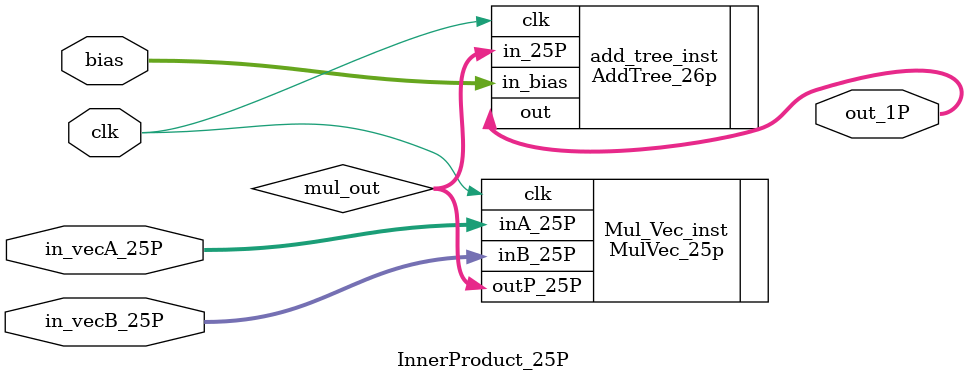
<source format=v>
module InnerProduct_25P(
    clk,
    bias,
    in_vecA_25P,
    in_vecB_25P,
    out_1P
);

parameter DATA_WIDTH = 16;

input clk;
input [DATA_WIDTH-1: 0] bias;
input [25*DATA_WIDTH-1: 0] in_vecA_25P;
input [25*DATA_WIDTH-1: 0] in_vecB_25P;

output [DATA_WIDTH-1:0] out_1P;

wire [25*DATA_WIDTH-1: 0] mul_out;

AddTree_26p add_tree_inst (
	.clk(clk),
	.in_25P(mul_out),//25 个同样位宽的端口
	.in_bias(bias), //一个单独的端口
	.out(out_1P)
);

MulVec_25p Mul_Vec_inst(
	.clk(clk),
	.inA_25P(in_vecA_25P),
	.inB_25P(in_vecB_25P),
	.outP_25P(mul_out)
);  

endmodule 
</source>
